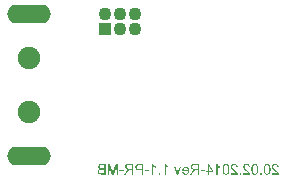
<source format=gbs>
%FSLAX44Y44*%
%MOMM*%
G71*
G01*
G75*
G04 Layer_Color=16711935*
%ADD10C,0.3000*%
%ADD11C,0.4000*%
%ADD12R,1.0000X1.0000*%
%ADD13R,0.6000X0.6000*%
%ADD14R,0.7500X0.6500*%
%ADD15R,0.2500X0.4000*%
%ADD16O,0.7500X0.2800*%
%ADD17O,0.2800X0.7500*%
%ADD18R,4.5000X4.5000*%
%ADD19R,0.6000X0.3500*%
%ADD20R,1.0000X1.6000*%
%ADD21R,0.6000X0.6000*%
%ADD22R,0.7000X0.9000*%
%ADD23R,2.1000X1.0000*%
%ADD24R,2.2000X1.0500*%
%ADD25R,1.0500X1.0000*%
%ADD26R,3.9400X0.5000*%
%ADD27R,0.5000X2.0000*%
%ADD28R,2.6400X0.5000*%
%ADD29R,4.9000X0.5000*%
%ADD30R,0.5000X5.0000*%
%ADD31R,4.9000X0.9000*%
%ADD32R,0.5000X2.7000*%
%ADD33C,0.1500*%
%ADD34C,0.2500*%
%ADD35R,0.8000X0.3000*%
%ADD36R,0.1270X0.9398*%
%ADD37R,1.0000X0.1000*%
%ADD38R,0.1000X0.7000*%
%ADD39R,0.9000X0.3000*%
%ADD40R,0.2000X0.8000*%
%ADD41R,0.2000X0.7000*%
%ADD42R,0.2000X0.6000*%
%ADD43R,0.8000X0.2000*%
%ADD44R,1.2056X0.3999*%
%ADD45R,0.2000X1.1000*%
%ADD46R,1.0562X0.1836*%
%ADD47R,0.5334X0.2032*%
%ADD48R,0.5000X0.2259*%
%ADD49R,0.1818X0.4999*%
%ADD50R,0.4999X0.3145*%
%ADD51R,0.2939X0.5000*%
%ADD52R,0.2119X0.5000*%
%ADD53R,0.5860X0.9000*%
%ADD54R,0.4872X0.5000*%
%ADD55R,0.4658X0.5000*%
%ADD56R,0.4997X0.1609*%
%ADD57R,0.3013X0.5000*%
%ADD58C,1.0000*%
%ADD59R,1.0000X1.0000*%
%ADD60C,1.8000*%
%ADD61O,3.6000X1.5000*%
%ADD62C,0.6000*%
%ADD63R,0.5000X15.1000*%
%ADD64R,1.2000X1.2000*%
%ADD65O,0.7000X0.2300*%
%ADD66O,0.2300X0.7000*%
%ADD67R,1.0000X1.0000*%
%ADD68R,0.5000X0.2500*%
%ADD69R,0.8000X1.4000*%
%ADD70R,1.1000X1.1000*%
%ADD71R,0.7000X0.7000*%
%ADD72R,0.8500X0.7500*%
%ADD73O,0.8500X0.3800*%
%ADD74O,0.3800X0.8500*%
%ADD75R,0.7400X0.4900*%
%ADD76R,1.1000X1.7000*%
%ADD77R,0.7000X0.7000*%
%ADD78R,0.8000X1.0000*%
%ADD79R,2.2000X1.1000*%
%ADD80R,2.3000X1.1500*%
%ADD81R,1.1500X1.1000*%
%ADD82C,1.1000*%
%ADD83R,1.1000X1.1000*%
%ADD84C,1.9000*%
%ADD85O,3.7000X1.6000*%
G36*
X2380848Y2443000D02*
X2379592D01*
Y2444257D01*
X2380848D01*
Y2443000D01*
D02*
G37*
G36*
X2357453Y2446161D02*
Y2445150D01*
X2353554D01*
Y2443000D01*
X2352453D01*
Y2445150D01*
X2351235D01*
Y2446161D01*
X2352453D01*
Y2451964D01*
X2353347D01*
X2357453Y2446161D01*
D02*
G37*
G36*
X2345471Y2443000D02*
X2344279D01*
Y2446977D01*
X2342751D01*
X2342608Y2446964D01*
X2342504D01*
X2342414Y2446951D01*
X2342349Y2446938D01*
X2342297D01*
X2342271Y2446925D01*
X2342258D01*
X2342051Y2446860D01*
X2341960Y2446821D01*
X2341882Y2446783D01*
X2341805Y2446744D01*
X2341753Y2446718D01*
X2341727Y2446705D01*
X2341714Y2446692D01*
X2341611Y2446614D01*
X2341507Y2446523D01*
X2341313Y2446329D01*
X2341222Y2446239D01*
X2341157Y2446161D01*
X2341118Y2446109D01*
X2341105Y2446096D01*
X2340976Y2445915D01*
X2340833Y2445720D01*
X2340691Y2445513D01*
X2340548Y2445319D01*
X2340432Y2445137D01*
X2340341Y2444995D01*
X2340302Y2444943D01*
X2340276Y2444904D01*
X2340250Y2444878D01*
Y2444865D01*
X2339072Y2443000D01*
X2337595D01*
X2339136Y2445435D01*
X2339318Y2445694D01*
X2339486Y2445928D01*
X2339655Y2446122D01*
X2339797Y2446303D01*
X2339926Y2446433D01*
X2340030Y2446537D01*
X2340095Y2446601D01*
X2340121Y2446627D01*
X2340224Y2446705D01*
X2340341Y2446796D01*
X2340574Y2446938D01*
X2340678Y2446990D01*
X2340755Y2447042D01*
X2340807Y2447068D01*
X2340833Y2447081D01*
X2340600Y2447119D01*
X2340380Y2447158D01*
X2340186Y2447223D01*
X2339991Y2447275D01*
X2339823Y2447340D01*
X2339667Y2447417D01*
X2339525Y2447482D01*
X2339395Y2447547D01*
X2339292Y2447625D01*
X2339188Y2447689D01*
X2339110Y2447741D01*
X2339046Y2447793D01*
X2338994Y2447832D01*
X2338955Y2447871D01*
X2338942Y2447884D01*
X2338929Y2447897D01*
X2338825Y2448026D01*
X2338722Y2448156D01*
X2338566Y2448428D01*
X2338463Y2448700D01*
X2338385Y2448959D01*
X2338333Y2449179D01*
X2338320Y2449270D01*
Y2449360D01*
X2338307Y2449425D01*
Y2449477D01*
Y2449503D01*
Y2449516D01*
X2338320Y2449788D01*
X2338359Y2450034D01*
X2338424Y2450267D01*
X2338489Y2450461D01*
X2338566Y2450630D01*
X2338618Y2450759D01*
X2338670Y2450837D01*
X2338683Y2450850D01*
Y2450863D01*
X2338838Y2451070D01*
X2338994Y2451252D01*
X2339162Y2451407D01*
X2339318Y2451524D01*
X2339460Y2451614D01*
X2339577Y2451666D01*
X2339655Y2451705D01*
X2339667Y2451718D01*
X2339680D01*
X2339797Y2451757D01*
X2339939Y2451796D01*
X2340224Y2451861D01*
X2340535Y2451899D01*
X2340820Y2451938D01*
X2341092Y2451951D01*
X2341209D01*
X2341313Y2451964D01*
X2345471D01*
Y2443000D01*
D02*
G37*
G36*
X2398271D02*
X2397015D01*
Y2444257D01*
X2398271D01*
Y2443000D01*
D02*
G37*
G36*
X2327853D02*
X2326804D01*
X2324330Y2449503D01*
X2325470D01*
X2326908Y2445526D01*
X2326998Y2445267D01*
X2327089Y2445034D01*
X2327154Y2444814D01*
X2327219Y2444645D01*
X2327258Y2444490D01*
X2327296Y2444386D01*
X2327309Y2444321D01*
X2327322Y2444295D01*
X2327400Y2444541D01*
X2327465Y2444788D01*
X2327543Y2445008D01*
X2327607Y2445202D01*
X2327659Y2445371D01*
X2327698Y2445500D01*
X2327711Y2445539D01*
X2327724Y2445578D01*
X2327737Y2445591D01*
Y2445604D01*
X2329136Y2449503D01*
X2330302D01*
X2327853Y2443000D01*
D02*
G37*
G36*
X2276594D02*
X2275454D01*
Y2450630D01*
X2272864Y2443000D01*
X2271801D01*
X2269185Y2450500D01*
Y2443000D01*
X2268045D01*
Y2451964D01*
X2269638D01*
X2271788Y2445720D01*
X2271905Y2445384D01*
X2271996Y2445099D01*
X2272086Y2444852D01*
X2272151Y2444645D01*
X2272203Y2444490D01*
X2272242Y2444373D01*
X2272255Y2444308D01*
X2272268Y2444283D01*
X2272320Y2444464D01*
X2272384Y2444671D01*
X2272462Y2444891D01*
X2272527Y2445112D01*
X2272592Y2445306D01*
X2272643Y2445461D01*
X2272669Y2445526D01*
X2272682Y2445565D01*
X2272695Y2445591D01*
Y2445604D01*
X2274820Y2451964D01*
X2276594D01*
Y2443000D01*
D02*
G37*
G36*
X2334175Y2449633D02*
X2334408Y2449607D01*
X2334628Y2449568D01*
X2334836Y2449503D01*
X2335030Y2449438D01*
X2335211Y2449360D01*
X2335380Y2449283D01*
X2335522Y2449192D01*
X2335665Y2449114D01*
X2335781Y2449024D01*
X2335885Y2448946D01*
X2335963Y2448881D01*
X2336027Y2448816D01*
X2336079Y2448777D01*
X2336105Y2448752D01*
X2336118Y2448739D01*
X2336261Y2448557D01*
X2336390Y2448363D01*
X2336507Y2448169D01*
X2336610Y2447961D01*
X2336688Y2447741D01*
X2336753Y2447534D01*
X2336856Y2447119D01*
X2336895Y2446938D01*
X2336921Y2446757D01*
X2336934Y2446601D01*
X2336947Y2446459D01*
X2336960Y2446342D01*
Y2446264D01*
Y2446200D01*
Y2446187D01*
X2336947Y2445902D01*
X2336921Y2445630D01*
X2336882Y2445371D01*
X2336830Y2445137D01*
X2336766Y2444917D01*
X2336701Y2444710D01*
X2336623Y2444529D01*
X2336546Y2444360D01*
X2336468Y2444218D01*
X2336390Y2444088D01*
X2336325Y2443985D01*
X2336261Y2443894D01*
X2336209Y2443816D01*
X2336170Y2443764D01*
X2336144Y2443738D01*
X2336131Y2443725D01*
X2335963Y2443570D01*
X2335794Y2443441D01*
X2335613Y2443324D01*
X2335419Y2443220D01*
X2335237Y2443143D01*
X2335043Y2443065D01*
X2334680Y2442961D01*
X2334512Y2442935D01*
X2334356Y2442909D01*
X2334214Y2442883D01*
X2334097Y2442870D01*
X2334007Y2442858D01*
X2333864D01*
X2333462Y2442883D01*
X2333100Y2442948D01*
X2332776Y2443026D01*
X2332646Y2443078D01*
X2332517Y2443130D01*
X2332400Y2443181D01*
X2332297Y2443233D01*
X2332219Y2443272D01*
X2332141Y2443311D01*
X2332089Y2443350D01*
X2332050Y2443376D01*
X2332025Y2443402D01*
X2332012D01*
X2331752Y2443635D01*
X2331545Y2443881D01*
X2331364Y2444140D01*
X2331234Y2444386D01*
X2331131Y2444606D01*
X2331092Y2444710D01*
X2331053Y2444788D01*
X2331027Y2444865D01*
X2331014Y2444917D01*
X2331001Y2444943D01*
Y2444956D01*
X2332141Y2445099D01*
X2332245Y2444852D01*
X2332361Y2444645D01*
X2332478Y2444464D01*
X2332582Y2444321D01*
X2332672Y2444218D01*
X2332750Y2444140D01*
X2332815Y2444088D01*
X2332828Y2444075D01*
X2332996Y2443972D01*
X2333165Y2443894D01*
X2333346Y2443842D01*
X2333501Y2443803D01*
X2333644Y2443777D01*
X2333760Y2443764D01*
X2333864D01*
X2334019Y2443777D01*
X2334162Y2443790D01*
X2334421Y2443855D01*
X2334654Y2443946D01*
X2334861Y2444049D01*
X2335017Y2444140D01*
X2335134Y2444231D01*
X2335211Y2444295D01*
X2335224Y2444321D01*
X2335237D01*
X2335419Y2444554D01*
X2335561Y2444814D01*
X2335665Y2445099D01*
X2335742Y2445358D01*
X2335781Y2445591D01*
X2335807Y2445694D01*
X2335820Y2445785D01*
Y2445863D01*
X2335833Y2445915D01*
Y2445954D01*
Y2445966D01*
X2330975D01*
X2330962Y2446096D01*
Y2446187D01*
Y2446239D01*
Y2446252D01*
X2330975Y2446549D01*
X2331001Y2446821D01*
X2331040Y2447081D01*
X2331092Y2447327D01*
X2331157Y2447547D01*
X2331221Y2447754D01*
X2331299Y2447935D01*
X2331377Y2448104D01*
X2331455Y2448259D01*
X2331532Y2448389D01*
X2331597Y2448492D01*
X2331662Y2448583D01*
X2331714Y2448661D01*
X2331752Y2448713D01*
X2331778Y2448739D01*
X2331791Y2448752D01*
X2331947Y2448907D01*
X2332115Y2449050D01*
X2332297Y2449166D01*
X2332478Y2449270D01*
X2332659Y2449360D01*
X2332828Y2449425D01*
X2333009Y2449490D01*
X2333165Y2449529D01*
X2333333Y2449568D01*
X2333475Y2449594D01*
X2333605Y2449619D01*
X2333709Y2449633D01*
X2333799Y2449645D01*
X2333929D01*
X2334175Y2449633D01*
D02*
G37*
G36*
X2403284Y2451977D02*
X2403608Y2451925D01*
X2403880Y2451835D01*
X2404114Y2451744D01*
X2404308Y2451640D01*
X2404386Y2451602D01*
X2404450Y2451550D01*
X2404502Y2451524D01*
X2404541Y2451498D01*
X2404554Y2451472D01*
X2404567D01*
X2404800Y2451265D01*
X2404994Y2451019D01*
X2405163Y2450772D01*
X2405292Y2450539D01*
X2405396Y2450319D01*
X2405448Y2450228D01*
X2405474Y2450138D01*
X2405500Y2450073D01*
X2405526Y2450021D01*
X2405538Y2449995D01*
Y2449982D01*
X2405590Y2449788D01*
X2405642Y2449594D01*
X2405720Y2449166D01*
X2405785Y2448739D01*
X2405824Y2448337D01*
X2405836Y2448143D01*
X2405849Y2447974D01*
Y2447819D01*
X2405862Y2447676D01*
Y2447573D01*
Y2447482D01*
Y2447430D01*
Y2447417D01*
X2405849Y2446964D01*
X2405824Y2446537D01*
X2405785Y2446148D01*
X2405720Y2445785D01*
X2405655Y2445448D01*
X2405577Y2445150D01*
X2405500Y2444878D01*
X2405422Y2444645D01*
X2405344Y2444438D01*
X2405253Y2444257D01*
X2405189Y2444101D01*
X2405124Y2443985D01*
X2405059Y2443881D01*
X2405020Y2443816D01*
X2404994Y2443777D01*
X2404982Y2443764D01*
X2404839Y2443609D01*
X2404684Y2443466D01*
X2404515Y2443337D01*
X2404347Y2443233D01*
X2404178Y2443143D01*
X2404010Y2443065D01*
X2403842Y2443013D01*
X2403686Y2442961D01*
X2403531Y2442922D01*
X2403388Y2442896D01*
X2403259Y2442870D01*
X2403155Y2442858D01*
X2403064Y2442845D01*
X2402935D01*
X2402585Y2442870D01*
X2402261Y2442922D01*
X2401989Y2443013D01*
X2401756Y2443104D01*
X2401562Y2443194D01*
X2401497Y2443246D01*
X2401432Y2443285D01*
X2401380Y2443311D01*
X2401341Y2443337D01*
X2401328Y2443363D01*
X2401315D01*
X2401082Y2443583D01*
X2400888Y2443816D01*
X2400720Y2444075D01*
X2400590Y2444308D01*
X2400486Y2444529D01*
X2400435Y2444619D01*
X2400409Y2444710D01*
X2400383Y2444775D01*
X2400357Y2444827D01*
X2400344Y2444852D01*
Y2444865D01*
X2400279Y2445060D01*
X2400227Y2445254D01*
X2400150Y2445668D01*
X2400085Y2446096D01*
X2400046Y2446511D01*
X2400033Y2446692D01*
X2400020Y2446860D01*
Y2447016D01*
X2400007Y2447158D01*
Y2447262D01*
Y2447353D01*
Y2447404D01*
Y2447417D01*
Y2447664D01*
X2400020Y2447897D01*
Y2448104D01*
X2400033Y2448311D01*
X2400059Y2448492D01*
X2400072Y2448674D01*
X2400085Y2448829D01*
X2400111Y2448972D01*
X2400124Y2449101D01*
X2400150Y2449218D01*
X2400163Y2449309D01*
X2400175Y2449386D01*
X2400188Y2449451D01*
X2400201Y2449490D01*
X2400214Y2449516D01*
Y2449529D01*
X2400292Y2449814D01*
X2400383Y2450073D01*
X2400486Y2450293D01*
X2400564Y2450487D01*
X2400655Y2450656D01*
X2400707Y2450772D01*
X2400759Y2450837D01*
X2400771Y2450863D01*
X2400914Y2451057D01*
X2401056Y2451226D01*
X2401212Y2451368D01*
X2401354Y2451498D01*
X2401484Y2451588D01*
X2401588Y2451653D01*
X2401652Y2451692D01*
X2401665Y2451705D01*
X2401678D01*
X2401886Y2451809D01*
X2402106Y2451873D01*
X2402313Y2451925D01*
X2402507Y2451964D01*
X2402676Y2451990D01*
X2402818Y2452003D01*
X2402935D01*
X2403284Y2451977D01*
D02*
G37*
G36*
X2392831D02*
X2393154Y2451925D01*
X2393427Y2451835D01*
X2393660Y2451744D01*
X2393854Y2451640D01*
X2393932Y2451602D01*
X2393996Y2451550D01*
X2394048Y2451524D01*
X2394087Y2451498D01*
X2394100Y2451472D01*
X2394113D01*
X2394346Y2451265D01*
X2394541Y2451019D01*
X2394709Y2450772D01*
X2394839Y2450539D01*
X2394942Y2450319D01*
X2394994Y2450228D01*
X2395020Y2450138D01*
X2395046Y2450073D01*
X2395072Y2450021D01*
X2395085Y2449995D01*
Y2449982D01*
X2395136Y2449788D01*
X2395188Y2449594D01*
X2395266Y2449166D01*
X2395331Y2448739D01*
X2395370Y2448337D01*
X2395383Y2448143D01*
X2395396Y2447974D01*
Y2447819D01*
X2395408Y2447676D01*
Y2447573D01*
Y2447482D01*
Y2447430D01*
Y2447417D01*
X2395396Y2446964D01*
X2395370Y2446537D01*
X2395331Y2446148D01*
X2395266Y2445785D01*
X2395201Y2445448D01*
X2395123Y2445150D01*
X2395046Y2444878D01*
X2394968Y2444645D01*
X2394890Y2444438D01*
X2394800Y2444257D01*
X2394735Y2444101D01*
X2394670Y2443985D01*
X2394605Y2443881D01*
X2394566Y2443816D01*
X2394541Y2443777D01*
X2394528Y2443764D01*
X2394385Y2443609D01*
X2394230Y2443466D01*
X2394061Y2443337D01*
X2393893Y2443233D01*
X2393724Y2443143D01*
X2393556Y2443065D01*
X2393388Y2443013D01*
X2393232Y2442961D01*
X2393077Y2442922D01*
X2392934Y2442896D01*
X2392805Y2442870D01*
X2392701Y2442858D01*
X2392610Y2442845D01*
X2392481D01*
X2392131Y2442870D01*
X2391807Y2442922D01*
X2391535Y2443013D01*
X2391302Y2443104D01*
X2391108Y2443194D01*
X2391043Y2443246D01*
X2390978Y2443285D01*
X2390926Y2443311D01*
X2390887Y2443337D01*
X2390875Y2443363D01*
X2390862D01*
X2390628Y2443583D01*
X2390434Y2443816D01*
X2390266Y2444075D01*
X2390136Y2444308D01*
X2390033Y2444529D01*
X2389981Y2444619D01*
X2389955Y2444710D01*
X2389929Y2444775D01*
X2389903Y2444827D01*
X2389890Y2444852D01*
Y2444865D01*
X2389825Y2445060D01*
X2389774Y2445254D01*
X2389696Y2445668D01*
X2389631Y2446096D01*
X2389592Y2446511D01*
X2389579Y2446692D01*
X2389566Y2446860D01*
Y2447016D01*
X2389553Y2447158D01*
Y2447262D01*
Y2447353D01*
Y2447404D01*
Y2447417D01*
Y2447664D01*
X2389566Y2447897D01*
Y2448104D01*
X2389579Y2448311D01*
X2389605Y2448492D01*
X2389618Y2448674D01*
X2389631Y2448829D01*
X2389657Y2448972D01*
X2389670Y2449101D01*
X2389696Y2449218D01*
X2389709Y2449309D01*
X2389722Y2449386D01*
X2389735Y2449451D01*
X2389748Y2449490D01*
X2389760Y2449516D01*
Y2449529D01*
X2389838Y2449814D01*
X2389929Y2450073D01*
X2390033Y2450293D01*
X2390110Y2450487D01*
X2390201Y2450656D01*
X2390253Y2450772D01*
X2390305Y2450837D01*
X2390318Y2450863D01*
X2390460Y2451057D01*
X2390603Y2451226D01*
X2390758Y2451368D01*
X2390901Y2451498D01*
X2391030Y2451588D01*
X2391134Y2451653D01*
X2391198Y2451692D01*
X2391211Y2451705D01*
X2391224D01*
X2391432Y2451809D01*
X2391652Y2451873D01*
X2391859Y2451925D01*
X2392053Y2451964D01*
X2392222Y2451990D01*
X2392364Y2452003D01*
X2392481D01*
X2392831Y2451977D01*
D02*
G37*
G36*
X2368438D02*
X2368762Y2451925D01*
X2369034Y2451835D01*
X2369267Y2451744D01*
X2369462Y2451640D01*
X2369539Y2451602D01*
X2369604Y2451550D01*
X2369656Y2451524D01*
X2369695Y2451498D01*
X2369708Y2451472D01*
X2369721D01*
X2369954Y2451265D01*
X2370148Y2451019D01*
X2370317Y2450772D01*
X2370446Y2450539D01*
X2370550Y2450319D01*
X2370602Y2450228D01*
X2370627Y2450138D01*
X2370653Y2450073D01*
X2370679Y2450021D01*
X2370692Y2449995D01*
Y2449982D01*
X2370744Y2449788D01*
X2370796Y2449594D01*
X2370874Y2449166D01*
X2370938Y2448739D01*
X2370977Y2448337D01*
X2370990Y2448143D01*
X2371003Y2447974D01*
Y2447819D01*
X2371016Y2447676D01*
Y2447573D01*
Y2447482D01*
Y2447430D01*
Y2447417D01*
X2371003Y2446964D01*
X2370977Y2446537D01*
X2370938Y2446148D01*
X2370874Y2445785D01*
X2370809Y2445448D01*
X2370731Y2445150D01*
X2370653Y2444878D01*
X2370576Y2444645D01*
X2370498Y2444438D01*
X2370407Y2444257D01*
X2370343Y2444101D01*
X2370278Y2443985D01*
X2370213Y2443881D01*
X2370174Y2443816D01*
X2370148Y2443777D01*
X2370135Y2443764D01*
X2369993Y2443609D01*
X2369837Y2443466D01*
X2369669Y2443337D01*
X2369500Y2443233D01*
X2369332Y2443143D01*
X2369164Y2443065D01*
X2368995Y2443013D01*
X2368840Y2442961D01*
X2368684Y2442922D01*
X2368542Y2442896D01*
X2368412Y2442870D01*
X2368309Y2442858D01*
X2368218Y2442845D01*
X2368089D01*
X2367739Y2442870D01*
X2367415Y2442922D01*
X2367143Y2443013D01*
X2366910Y2443104D01*
X2366715Y2443194D01*
X2366651Y2443246D01*
X2366586Y2443285D01*
X2366534Y2443311D01*
X2366495Y2443337D01*
X2366482Y2443363D01*
X2366469D01*
X2366236Y2443583D01*
X2366042Y2443816D01*
X2365873Y2444075D01*
X2365744Y2444308D01*
X2365640Y2444529D01*
X2365588Y2444619D01*
X2365562Y2444710D01*
X2365536Y2444775D01*
X2365511Y2444827D01*
X2365498Y2444852D01*
Y2444865D01*
X2365433Y2445060D01*
X2365381Y2445254D01*
X2365303Y2445668D01*
X2365239Y2446096D01*
X2365200Y2446511D01*
X2365187Y2446692D01*
X2365174Y2446860D01*
Y2447016D01*
X2365161Y2447158D01*
Y2447262D01*
Y2447353D01*
Y2447404D01*
Y2447417D01*
Y2447664D01*
X2365174Y2447897D01*
Y2448104D01*
X2365187Y2448311D01*
X2365213Y2448492D01*
X2365226Y2448674D01*
X2365239Y2448829D01*
X2365264Y2448972D01*
X2365278Y2449101D01*
X2365303Y2449218D01*
X2365316Y2449309D01*
X2365329Y2449386D01*
X2365342Y2449451D01*
X2365355Y2449490D01*
X2365368Y2449516D01*
Y2449529D01*
X2365446Y2449814D01*
X2365536Y2450073D01*
X2365640Y2450293D01*
X2365718Y2450487D01*
X2365809Y2450656D01*
X2365860Y2450772D01*
X2365912Y2450837D01*
X2365925Y2450863D01*
X2366068Y2451057D01*
X2366210Y2451226D01*
X2366366Y2451368D01*
X2366508Y2451498D01*
X2366638Y2451588D01*
X2366741Y2451653D01*
X2366806Y2451692D01*
X2366819Y2451705D01*
X2366832D01*
X2367039Y2451809D01*
X2367259Y2451873D01*
X2367467Y2451925D01*
X2367661Y2451964D01*
X2367829Y2451990D01*
X2367972Y2452003D01*
X2368089D01*
X2368438Y2451977D01*
D02*
G37*
G36*
X2266166Y2443000D02*
X2262747D01*
X2262436Y2443013D01*
X2262164Y2443026D01*
X2261918Y2443052D01*
X2261710Y2443078D01*
X2261542Y2443104D01*
X2261412Y2443117D01*
X2261335Y2443143D01*
X2261309D01*
X2261088Y2443207D01*
X2260907Y2443272D01*
X2260739Y2443350D01*
X2260596Y2443427D01*
X2260480Y2443479D01*
X2260389Y2443531D01*
X2260337Y2443570D01*
X2260324Y2443583D01*
X2260182Y2443699D01*
X2260052Y2443842D01*
X2259948Y2443985D01*
X2259845Y2444114D01*
X2259767Y2444244D01*
X2259715Y2444334D01*
X2259677Y2444399D01*
X2259664Y2444425D01*
X2259573Y2444632D01*
X2259508Y2444839D01*
X2259456Y2445034D01*
X2259430Y2445215D01*
X2259404Y2445371D01*
X2259391Y2445500D01*
Y2445578D01*
Y2445591D01*
Y2445604D01*
X2259404Y2445889D01*
X2259456Y2446148D01*
X2259534Y2446368D01*
X2259612Y2446575D01*
X2259689Y2446731D01*
X2259767Y2446847D01*
X2259819Y2446925D01*
X2259832Y2446951D01*
X2260013Y2447158D01*
X2260208Y2447327D01*
X2260428Y2447469D01*
X2260622Y2447586D01*
X2260804Y2447676D01*
X2260959Y2447728D01*
X2261011Y2447754D01*
X2261050Y2447767D01*
X2261075Y2447780D01*
X2261088D01*
X2260868Y2447910D01*
X2260674Y2448039D01*
X2260518Y2448182D01*
X2260389Y2448311D01*
X2260285Y2448415D01*
X2260208Y2448518D01*
X2260169Y2448570D01*
X2260156Y2448596D01*
X2260052Y2448790D01*
X2259974Y2448972D01*
X2259910Y2449153D01*
X2259871Y2449322D01*
X2259845Y2449464D01*
X2259832Y2449581D01*
Y2449645D01*
Y2449671D01*
X2259845Y2449892D01*
X2259884Y2450112D01*
X2259948Y2450306D01*
X2260013Y2450487D01*
X2260078Y2450643D01*
X2260143Y2450746D01*
X2260182Y2450824D01*
X2260195Y2450850D01*
X2260337Y2451044D01*
X2260493Y2451226D01*
X2260661Y2451368D01*
X2260816Y2451485D01*
X2260946Y2451576D01*
X2261062Y2451640D01*
X2261140Y2451679D01*
X2261153Y2451692D01*
X2261166D01*
X2261412Y2451783D01*
X2261684Y2451848D01*
X2261956Y2451899D01*
X2262215Y2451925D01*
X2262449Y2451951D01*
X2262552D01*
X2262643Y2451964D01*
X2266166D01*
Y2443000D01*
D02*
G37*
G36*
X2312581D02*
X2311324D01*
Y2444257D01*
X2312581D01*
Y2443000D01*
D02*
G37*
G36*
X2298124D02*
X2296932D01*
Y2446640D01*
X2294639D01*
X2294303Y2446653D01*
X2293979Y2446679D01*
X2293694Y2446718D01*
X2293435Y2446770D01*
X2293188Y2446821D01*
X2292981Y2446886D01*
X2292787Y2446964D01*
X2292619Y2447042D01*
X2292476Y2447106D01*
X2292346Y2447184D01*
X2292243Y2447249D01*
X2292165Y2447314D01*
X2292100Y2447353D01*
X2292061Y2447391D01*
X2292036Y2447417D01*
X2292023Y2447430D01*
X2291893Y2447586D01*
X2291776Y2447741D01*
X2291686Y2447897D01*
X2291595Y2448065D01*
X2291517Y2448233D01*
X2291466Y2448389D01*
X2291375Y2448687D01*
X2291349Y2448829D01*
X2291323Y2448959D01*
X2291310Y2449075D01*
X2291297Y2449166D01*
X2291284Y2449257D01*
Y2449309D01*
Y2449348D01*
Y2449360D01*
X2291297Y2449607D01*
X2291323Y2449840D01*
X2291375Y2450047D01*
X2291414Y2450228D01*
X2291466Y2450384D01*
X2291517Y2450500D01*
X2291543Y2450565D01*
X2291556Y2450591D01*
X2291660Y2450785D01*
X2291789Y2450954D01*
X2291906Y2451109D01*
X2292023Y2451226D01*
X2292126Y2451317D01*
X2292204Y2451394D01*
X2292256Y2451433D01*
X2292282Y2451446D01*
X2292450Y2451550D01*
X2292644Y2451640D01*
X2292826Y2451718D01*
X2292994Y2451783D01*
X2293150Y2451822D01*
X2293266Y2451848D01*
X2293357Y2451873D01*
X2293383D01*
X2293577Y2451899D01*
X2293797Y2451925D01*
X2294030Y2451938D01*
X2294251Y2451951D01*
X2294445Y2451964D01*
X2298124D01*
Y2443000D01*
D02*
G37*
G36*
X2289756D02*
X2288564D01*
Y2446977D01*
X2287035D01*
X2286893Y2446964D01*
X2286789D01*
X2286698Y2446951D01*
X2286634Y2446938D01*
X2286582D01*
X2286556Y2446925D01*
X2286543D01*
X2286336Y2446860D01*
X2286245Y2446821D01*
X2286167Y2446783D01*
X2286090Y2446744D01*
X2286038Y2446718D01*
X2286012Y2446705D01*
X2285999Y2446692D01*
X2285895Y2446614D01*
X2285792Y2446523D01*
X2285597Y2446329D01*
X2285507Y2446239D01*
X2285442Y2446161D01*
X2285403Y2446109D01*
X2285390Y2446096D01*
X2285261Y2445915D01*
X2285118Y2445720D01*
X2284976Y2445513D01*
X2284833Y2445319D01*
X2284716Y2445137D01*
X2284626Y2444995D01*
X2284587Y2444943D01*
X2284561Y2444904D01*
X2284535Y2444878D01*
Y2444865D01*
X2283356Y2443000D01*
X2281880D01*
X2283421Y2445435D01*
X2283602Y2445694D01*
X2283771Y2445928D01*
X2283939Y2446122D01*
X2284082Y2446303D01*
X2284211Y2446433D01*
X2284315Y2446537D01*
X2284380Y2446601D01*
X2284406Y2446627D01*
X2284509Y2446705D01*
X2284626Y2446796D01*
X2284859Y2446938D01*
X2284963Y2446990D01*
X2285040Y2447042D01*
X2285092Y2447068D01*
X2285118Y2447081D01*
X2284885Y2447119D01*
X2284665Y2447158D01*
X2284470Y2447223D01*
X2284276Y2447275D01*
X2284108Y2447340D01*
X2283952Y2447417D01*
X2283810Y2447482D01*
X2283680Y2447547D01*
X2283577Y2447625D01*
X2283473Y2447689D01*
X2283395Y2447741D01*
X2283331Y2447793D01*
X2283279Y2447832D01*
X2283240Y2447871D01*
X2283227Y2447884D01*
X2283214Y2447897D01*
X2283110Y2448026D01*
X2283007Y2448156D01*
X2282851Y2448428D01*
X2282747Y2448700D01*
X2282670Y2448959D01*
X2282618Y2449179D01*
X2282605Y2449270D01*
Y2449360D01*
X2282592Y2449425D01*
Y2449477D01*
Y2449503D01*
Y2449516D01*
X2282605Y2449788D01*
X2282644Y2450034D01*
X2282709Y2450267D01*
X2282773Y2450461D01*
X2282851Y2450630D01*
X2282903Y2450759D01*
X2282955Y2450837D01*
X2282968Y2450850D01*
Y2450863D01*
X2283123Y2451070D01*
X2283279Y2451252D01*
X2283447Y2451407D01*
X2283602Y2451524D01*
X2283745Y2451614D01*
X2283862Y2451666D01*
X2283939Y2451705D01*
X2283952Y2451718D01*
X2283965D01*
X2284082Y2451757D01*
X2284224Y2451796D01*
X2284509Y2451861D01*
X2284820Y2451899D01*
X2285105Y2451938D01*
X2285377Y2451951D01*
X2285494D01*
X2285597Y2451964D01*
X2289756D01*
Y2443000D01*
D02*
G37*
G36*
X2281310Y2445694D02*
X2277903D01*
Y2446796D01*
X2281310D01*
Y2445694D01*
D02*
G37*
G36*
X2360744Y2451783D02*
X2360886Y2451576D01*
X2361055Y2451368D01*
X2361210Y2451187D01*
X2361365Y2451031D01*
X2361482Y2450902D01*
X2361534Y2450863D01*
X2361573Y2450824D01*
X2361586Y2450811D01*
X2361599Y2450798D01*
X2361871Y2450578D01*
X2362143Y2450371D01*
X2362402Y2450190D01*
X2362661Y2450047D01*
X2362881Y2449917D01*
X2362972Y2449866D01*
X2363049Y2449827D01*
X2363114Y2449788D01*
X2363166Y2449775D01*
X2363192Y2449749D01*
X2363205D01*
Y2448687D01*
X2363011Y2448764D01*
X2362816Y2448855D01*
X2362622Y2448946D01*
X2362440Y2449037D01*
X2362285Y2449114D01*
X2362155Y2449179D01*
X2362078Y2449231D01*
X2362065Y2449244D01*
X2362052D01*
X2361819Y2449386D01*
X2361611Y2449529D01*
X2361430Y2449658D01*
X2361288Y2449775D01*
X2361158Y2449866D01*
X2361080Y2449943D01*
X2361016Y2449995D01*
X2361003Y2450008D01*
Y2443000D01*
X2359902D01*
Y2452003D01*
X2360614D01*
X2360744Y2451783D01*
D02*
G37*
G36*
X2375252Y2451990D02*
X2375472Y2451977D01*
X2375679Y2451938D01*
X2375874Y2451899D01*
X2376055Y2451848D01*
X2376224Y2451796D01*
X2376379Y2451731D01*
X2376521Y2451666D01*
X2376651Y2451602D01*
X2376755Y2451537D01*
X2376845Y2451485D01*
X2376923Y2451433D01*
X2376988Y2451394D01*
X2377027Y2451355D01*
X2377053Y2451342D01*
X2377066Y2451329D01*
X2377195Y2451200D01*
X2377312Y2451057D01*
X2377428Y2450902D01*
X2377519Y2450746D01*
X2377674Y2450436D01*
X2377778Y2450125D01*
X2377817Y2449982D01*
X2377856Y2449840D01*
X2377882Y2449723D01*
X2377908Y2449619D01*
X2377921Y2449529D01*
Y2449464D01*
X2377934Y2449425D01*
Y2449412D01*
X2376806Y2449296D01*
X2376781Y2449594D01*
X2376729Y2449853D01*
X2376651Y2450086D01*
X2376560Y2450267D01*
X2376483Y2450423D01*
X2376405Y2450526D01*
X2376353Y2450591D01*
X2376327Y2450617D01*
X2376133Y2450772D01*
X2375926Y2450889D01*
X2375705Y2450980D01*
X2375511Y2451031D01*
X2375330Y2451070D01*
X2375174Y2451083D01*
X2375123Y2451096D01*
X2375045D01*
X2374773Y2451083D01*
X2374527Y2451031D01*
X2374319Y2450954D01*
X2374138Y2450876D01*
X2373996Y2450785D01*
X2373905Y2450721D01*
X2373840Y2450669D01*
X2373814Y2450643D01*
X2373659Y2450461D01*
X2373542Y2450280D01*
X2373451Y2450099D01*
X2373400Y2449917D01*
X2373361Y2449775D01*
X2373348Y2449645D01*
X2373335Y2449568D01*
Y2449555D01*
Y2449542D01*
X2373361Y2449309D01*
X2373413Y2449062D01*
X2373503Y2448842D01*
X2373594Y2448635D01*
X2373698Y2448467D01*
X2373788Y2448324D01*
X2373814Y2448272D01*
X2373840Y2448233D01*
X2373866Y2448221D01*
Y2448208D01*
X2373970Y2448065D01*
X2374099Y2447923D01*
X2374242Y2447767D01*
X2374397Y2447612D01*
X2374721Y2447301D01*
X2375045Y2446990D01*
X2375213Y2446847D01*
X2375356Y2446718D01*
X2375498Y2446601D01*
X2375615Y2446498D01*
X2375705Y2446420D01*
X2375783Y2446355D01*
X2375835Y2446316D01*
X2375848Y2446303D01*
X2376172Y2446031D01*
X2376470Y2445772D01*
X2376716Y2445539D01*
X2376910Y2445345D01*
X2377079Y2445176D01*
X2377195Y2445060D01*
X2377260Y2444982D01*
X2377286Y2444969D01*
Y2444956D01*
X2377467Y2444736D01*
X2377610Y2444529D01*
X2377739Y2444321D01*
X2377843Y2444140D01*
X2377921Y2443985D01*
X2377972Y2443868D01*
X2377998Y2443790D01*
X2378011Y2443777D01*
Y2443764D01*
X2378063Y2443622D01*
X2378089Y2443492D01*
X2378115Y2443363D01*
X2378128Y2443246D01*
X2378141Y2443143D01*
Y2443065D01*
Y2443013D01*
Y2443000D01*
X2372195D01*
Y2444062D01*
X2376612D01*
X2376457Y2444283D01*
X2376379Y2444373D01*
X2376314Y2444464D01*
X2376250Y2444541D01*
X2376198Y2444593D01*
X2376159Y2444632D01*
X2376146Y2444645D01*
X2376081Y2444710D01*
X2376003Y2444775D01*
X2375822Y2444943D01*
X2375615Y2445137D01*
X2375394Y2445332D01*
X2375187Y2445500D01*
X2375097Y2445578D01*
X2375019Y2445656D01*
X2374954Y2445707D01*
X2374902Y2445746D01*
X2374876Y2445772D01*
X2374863Y2445785D01*
X2374656Y2445966D01*
X2374449Y2446135D01*
X2374267Y2446303D01*
X2374099Y2446446D01*
X2373944Y2446588D01*
X2373814Y2446718D01*
X2373685Y2446834D01*
X2373581Y2446938D01*
X2373477Y2447042D01*
X2373400Y2447119D01*
X2373335Y2447184D01*
X2373270Y2447249D01*
X2373205Y2447327D01*
X2373179Y2447353D01*
X2372998Y2447573D01*
X2372843Y2447767D01*
X2372713Y2447961D01*
X2372609Y2448117D01*
X2372532Y2448259D01*
X2372480Y2448363D01*
X2372454Y2448428D01*
X2372441Y2448454D01*
X2372363Y2448648D01*
X2372312Y2448842D01*
X2372260Y2449024D01*
X2372234Y2449179D01*
X2372221Y2449322D01*
X2372208Y2449425D01*
Y2449490D01*
Y2449516D01*
X2372221Y2449710D01*
X2372247Y2449892D01*
X2372273Y2450073D01*
X2372324Y2450228D01*
X2372454Y2450539D01*
X2372583Y2450785D01*
X2372661Y2450902D01*
X2372726Y2450993D01*
X2372791Y2451083D01*
X2372856Y2451148D01*
X2372907Y2451200D01*
X2372933Y2451252D01*
X2372959Y2451265D01*
X2372972Y2451278D01*
X2373115Y2451407D01*
X2373270Y2451524D01*
X2373439Y2451614D01*
X2373607Y2451692D01*
X2373944Y2451822D01*
X2374281Y2451912D01*
X2374423Y2451938D01*
X2374565Y2451964D01*
X2374695Y2451977D01*
X2374799Y2451990D01*
X2374889Y2452003D01*
X2375019D01*
X2375252Y2451990D01*
D02*
G37*
G36*
X2306414Y2451783D02*
X2306557Y2451576D01*
X2306725Y2451368D01*
X2306881Y2451187D01*
X2307036Y2451031D01*
X2307153Y2450902D01*
X2307205Y2450863D01*
X2307243Y2450824D01*
X2307256Y2450811D01*
X2307269Y2450798D01*
X2307542Y2450578D01*
X2307814Y2450371D01*
X2308073Y2450190D01*
X2308332Y2450047D01*
X2308552Y2449917D01*
X2308643Y2449866D01*
X2308720Y2449827D01*
X2308785Y2449788D01*
X2308837Y2449775D01*
X2308863Y2449749D01*
X2308876D01*
Y2448687D01*
X2308681Y2448764D01*
X2308487Y2448855D01*
X2308293Y2448946D01*
X2308112Y2449037D01*
X2307956Y2449114D01*
X2307827Y2449179D01*
X2307749Y2449231D01*
X2307736Y2449244D01*
X2307723D01*
X2307490Y2449386D01*
X2307282Y2449529D01*
X2307101Y2449658D01*
X2306959Y2449775D01*
X2306829Y2449866D01*
X2306751Y2449943D01*
X2306687Y2449995D01*
X2306674Y2450008D01*
Y2443000D01*
X2305573D01*
Y2452003D01*
X2306285D01*
X2306414Y2451783D01*
D02*
G37*
G36*
X2316868D02*
X2317011Y2451576D01*
X2317179Y2451368D01*
X2317335Y2451187D01*
X2317490Y2451031D01*
X2317607Y2450902D01*
X2317659Y2450863D01*
X2317697Y2450824D01*
X2317710Y2450811D01*
X2317723Y2450798D01*
X2317995Y2450578D01*
X2318267Y2450371D01*
X2318526Y2450190D01*
X2318786Y2450047D01*
X2319006Y2449917D01*
X2319097Y2449866D01*
X2319174Y2449827D01*
X2319239Y2449788D01*
X2319291Y2449775D01*
X2319317Y2449749D01*
X2319330D01*
Y2448687D01*
X2319135Y2448764D01*
X2318941Y2448855D01*
X2318747Y2448946D01*
X2318565Y2449037D01*
X2318410Y2449114D01*
X2318280Y2449179D01*
X2318203Y2449231D01*
X2318190Y2449244D01*
X2318177D01*
X2317944Y2449386D01*
X2317736Y2449529D01*
X2317555Y2449658D01*
X2317412Y2449775D01*
X2317283Y2449866D01*
X2317205Y2449943D01*
X2317140Y2449995D01*
X2317127Y2450008D01*
Y2443000D01*
X2316026D01*
Y2452003D01*
X2316739D01*
X2316868Y2451783D01*
D02*
G37*
G36*
X2350238Y2445694D02*
X2346831D01*
Y2446796D01*
X2350238D01*
Y2445694D01*
D02*
G37*
G36*
X2302878D02*
X2299471D01*
Y2446796D01*
X2302878D01*
Y2445694D01*
D02*
G37*
G36*
X2385706Y2451990D02*
X2385926Y2451977D01*
X2386133Y2451938D01*
X2386328Y2451899D01*
X2386509Y2451848D01*
X2386678Y2451796D01*
X2386833Y2451731D01*
X2386975Y2451666D01*
X2387105Y2451602D01*
X2387209Y2451537D01*
X2387299Y2451485D01*
X2387377Y2451433D01*
X2387442Y2451394D01*
X2387481Y2451355D01*
X2387507Y2451342D01*
X2387520Y2451329D01*
X2387649Y2451200D01*
X2387766Y2451057D01*
X2387882Y2450902D01*
X2387973Y2450746D01*
X2388128Y2450436D01*
X2388232Y2450125D01*
X2388271Y2449982D01*
X2388310Y2449840D01*
X2388336Y2449723D01*
X2388362Y2449619D01*
X2388374Y2449529D01*
Y2449464D01*
X2388387Y2449425D01*
Y2449412D01*
X2387260Y2449296D01*
X2387234Y2449594D01*
X2387183Y2449853D01*
X2387105Y2450086D01*
X2387014Y2450267D01*
X2386937Y2450423D01*
X2386859Y2450526D01*
X2386807Y2450591D01*
X2386781Y2450617D01*
X2386587Y2450772D01*
X2386380Y2450889D01*
X2386159Y2450980D01*
X2385965Y2451031D01*
X2385784Y2451070D01*
X2385628Y2451083D01*
X2385576Y2451096D01*
X2385499D01*
X2385227Y2451083D01*
X2384980Y2451031D01*
X2384773Y2450954D01*
X2384592Y2450876D01*
X2384449Y2450785D01*
X2384359Y2450721D01*
X2384294Y2450669D01*
X2384268Y2450643D01*
X2384113Y2450461D01*
X2383996Y2450280D01*
X2383905Y2450099D01*
X2383853Y2449917D01*
X2383815Y2449775D01*
X2383802Y2449645D01*
X2383789Y2449568D01*
Y2449555D01*
Y2449542D01*
X2383815Y2449309D01*
X2383866Y2449062D01*
X2383957Y2448842D01*
X2384048Y2448635D01*
X2384151Y2448467D01*
X2384242Y2448324D01*
X2384268Y2448272D01*
X2384294Y2448233D01*
X2384320Y2448221D01*
Y2448208D01*
X2384424Y2448065D01*
X2384553Y2447923D01*
X2384695Y2447767D01*
X2384851Y2447612D01*
X2385175Y2447301D01*
X2385499Y2446990D01*
X2385667Y2446847D01*
X2385810Y2446718D01*
X2385952Y2446601D01*
X2386069Y2446498D01*
X2386159Y2446420D01*
X2386237Y2446355D01*
X2386289Y2446316D01*
X2386302Y2446303D01*
X2386626Y2446031D01*
X2386924Y2445772D01*
X2387170Y2445539D01*
X2387364Y2445345D01*
X2387532Y2445176D01*
X2387649Y2445060D01*
X2387714Y2444982D01*
X2387740Y2444969D01*
Y2444956D01*
X2387921Y2444736D01*
X2388064Y2444529D01*
X2388193Y2444321D01*
X2388297Y2444140D01*
X2388374Y2443985D01*
X2388426Y2443868D01*
X2388452Y2443790D01*
X2388465Y2443777D01*
Y2443764D01*
X2388517Y2443622D01*
X2388543Y2443492D01*
X2388569Y2443363D01*
X2388582Y2443246D01*
X2388595Y2443143D01*
Y2443065D01*
Y2443013D01*
Y2443000D01*
X2382649D01*
Y2444062D01*
X2387066D01*
X2386911Y2444283D01*
X2386833Y2444373D01*
X2386768Y2444464D01*
X2386703Y2444541D01*
X2386652Y2444593D01*
X2386613Y2444632D01*
X2386600Y2444645D01*
X2386535Y2444710D01*
X2386457Y2444775D01*
X2386276Y2444943D01*
X2386069Y2445137D01*
X2385848Y2445332D01*
X2385641Y2445500D01*
X2385551Y2445578D01*
X2385473Y2445656D01*
X2385408Y2445707D01*
X2385356Y2445746D01*
X2385330Y2445772D01*
X2385317Y2445785D01*
X2385110Y2445966D01*
X2384903Y2446135D01*
X2384721Y2446303D01*
X2384553Y2446446D01*
X2384398Y2446588D01*
X2384268Y2446718D01*
X2384138Y2446834D01*
X2384035Y2446938D01*
X2383931Y2447042D01*
X2383853Y2447119D01*
X2383789Y2447184D01*
X2383724Y2447249D01*
X2383659Y2447327D01*
X2383633Y2447353D01*
X2383452Y2447573D01*
X2383297Y2447767D01*
X2383167Y2447961D01*
X2383063Y2448117D01*
X2382986Y2448259D01*
X2382934Y2448363D01*
X2382908Y2448428D01*
X2382895Y2448454D01*
X2382817Y2448648D01*
X2382765Y2448842D01*
X2382713Y2449024D01*
X2382688Y2449179D01*
X2382675Y2449322D01*
X2382662Y2449425D01*
Y2449490D01*
Y2449516D01*
X2382675Y2449710D01*
X2382701Y2449892D01*
X2382726Y2450073D01*
X2382778Y2450228D01*
X2382908Y2450539D01*
X2383037Y2450785D01*
X2383115Y2450902D01*
X2383180Y2450993D01*
X2383245Y2451083D01*
X2383309Y2451148D01*
X2383361Y2451200D01*
X2383387Y2451252D01*
X2383413Y2451265D01*
X2383426Y2451278D01*
X2383569Y2451407D01*
X2383724Y2451524D01*
X2383892Y2451614D01*
X2384061Y2451692D01*
X2384398Y2451822D01*
X2384734Y2451912D01*
X2384877Y2451938D01*
X2385019Y2451964D01*
X2385149Y2451977D01*
X2385253Y2451990D01*
X2385343Y2452003D01*
X2385473D01*
X2385706Y2451990D01*
D02*
G37*
G36*
X2410098D02*
X2410318Y2451977D01*
X2410526Y2451938D01*
X2410720Y2451899D01*
X2410901Y2451848D01*
X2411070Y2451796D01*
X2411225Y2451731D01*
X2411368Y2451666D01*
X2411497Y2451602D01*
X2411601Y2451537D01*
X2411692Y2451485D01*
X2411769Y2451433D01*
X2411834Y2451394D01*
X2411873Y2451355D01*
X2411899Y2451342D01*
X2411912Y2451329D01*
X2412041Y2451200D01*
X2412158Y2451057D01*
X2412275Y2450902D01*
X2412365Y2450746D01*
X2412521Y2450436D01*
X2412624Y2450125D01*
X2412663Y2449982D01*
X2412702Y2449840D01*
X2412728Y2449723D01*
X2412754Y2449619D01*
X2412767Y2449529D01*
Y2449464D01*
X2412780Y2449425D01*
Y2449412D01*
X2411653Y2449296D01*
X2411627Y2449594D01*
X2411575Y2449853D01*
X2411497Y2450086D01*
X2411407Y2450267D01*
X2411329Y2450423D01*
X2411251Y2450526D01*
X2411199Y2450591D01*
X2411174Y2450617D01*
X2410979Y2450772D01*
X2410772Y2450889D01*
X2410552Y2450980D01*
X2410357Y2451031D01*
X2410176Y2451070D01*
X2410021Y2451083D01*
X2409969Y2451096D01*
X2409891D01*
X2409619Y2451083D01*
X2409373Y2451031D01*
X2409166Y2450954D01*
X2408984Y2450876D01*
X2408842Y2450785D01*
X2408751Y2450721D01*
X2408686Y2450669D01*
X2408660Y2450643D01*
X2408505Y2450461D01*
X2408388Y2450280D01*
X2408298Y2450099D01*
X2408246Y2449917D01*
X2408207Y2449775D01*
X2408194Y2449645D01*
X2408181Y2449568D01*
Y2449555D01*
Y2449542D01*
X2408207Y2449309D01*
X2408259Y2449062D01*
X2408349Y2448842D01*
X2408440Y2448635D01*
X2408544Y2448467D01*
X2408634Y2448324D01*
X2408660Y2448272D01*
X2408686Y2448233D01*
X2408712Y2448221D01*
Y2448208D01*
X2408816Y2448065D01*
X2408945Y2447923D01*
X2409088Y2447767D01*
X2409243Y2447612D01*
X2409567Y2447301D01*
X2409891Y2446990D01*
X2410059Y2446847D01*
X2410202Y2446718D01*
X2410344Y2446601D01*
X2410461Y2446498D01*
X2410552Y2446420D01*
X2410629Y2446355D01*
X2410681Y2446316D01*
X2410694Y2446303D01*
X2411018Y2446031D01*
X2411316Y2445772D01*
X2411562Y2445539D01*
X2411756Y2445345D01*
X2411925Y2445176D01*
X2412041Y2445060D01*
X2412106Y2444982D01*
X2412132Y2444969D01*
Y2444956D01*
X2412313Y2444736D01*
X2412456Y2444529D01*
X2412585Y2444321D01*
X2412689Y2444140D01*
X2412767Y2443985D01*
X2412819Y2443868D01*
X2412845Y2443790D01*
X2412858Y2443777D01*
Y2443764D01*
X2412909Y2443622D01*
X2412935Y2443492D01*
X2412961Y2443363D01*
X2412974Y2443246D01*
X2412987Y2443143D01*
Y2443065D01*
Y2443013D01*
Y2443000D01*
X2407041D01*
Y2444062D01*
X2411458D01*
X2411303Y2444283D01*
X2411225Y2444373D01*
X2411160Y2444464D01*
X2411096Y2444541D01*
X2411044Y2444593D01*
X2411005Y2444632D01*
X2410992Y2444645D01*
X2410927Y2444710D01*
X2410850Y2444775D01*
X2410668Y2444943D01*
X2410461Y2445137D01*
X2410241Y2445332D01*
X2410034Y2445500D01*
X2409943Y2445578D01*
X2409865Y2445656D01*
X2409800Y2445707D01*
X2409749Y2445746D01*
X2409723Y2445772D01*
X2409710Y2445785D01*
X2409502Y2445966D01*
X2409295Y2446135D01*
X2409114Y2446303D01*
X2408945Y2446446D01*
X2408790Y2446588D01*
X2408660Y2446718D01*
X2408531Y2446834D01*
X2408427Y2446938D01*
X2408324Y2447042D01*
X2408246Y2447119D01*
X2408181Y2447184D01*
X2408116Y2447249D01*
X2408052Y2447327D01*
X2408026Y2447353D01*
X2407844Y2447573D01*
X2407689Y2447767D01*
X2407559Y2447961D01*
X2407456Y2448117D01*
X2407378Y2448259D01*
X2407326Y2448363D01*
X2407300Y2448428D01*
X2407287Y2448454D01*
X2407210Y2448648D01*
X2407158Y2448842D01*
X2407106Y2449024D01*
X2407080Y2449179D01*
X2407067Y2449322D01*
X2407054Y2449425D01*
Y2449490D01*
Y2449516D01*
X2407067Y2449710D01*
X2407093Y2449892D01*
X2407119Y2450073D01*
X2407171Y2450228D01*
X2407300Y2450539D01*
X2407430Y2450785D01*
X2407507Y2450902D01*
X2407572Y2450993D01*
X2407637Y2451083D01*
X2407702Y2451148D01*
X2407754Y2451200D01*
X2407780Y2451252D01*
X2407805Y2451265D01*
X2407818Y2451278D01*
X2407961Y2451407D01*
X2408116Y2451524D01*
X2408285Y2451614D01*
X2408453Y2451692D01*
X2408790Y2451822D01*
X2409127Y2451912D01*
X2409269Y2451938D01*
X2409412Y2451964D01*
X2409541Y2451977D01*
X2409645Y2451990D01*
X2409736Y2452003D01*
X2409865D01*
X2410098Y2451990D01*
D02*
G37*
%LPC*%
G36*
X2344279Y2450967D02*
X2341455D01*
X2341105Y2450954D01*
X2340807Y2450902D01*
X2340548Y2450837D01*
X2340354Y2450759D01*
X2340186Y2450682D01*
X2340082Y2450617D01*
X2340017Y2450565D01*
X2339991Y2450552D01*
X2339836Y2450384D01*
X2339719Y2450215D01*
X2339642Y2450034D01*
X2339577Y2449879D01*
X2339551Y2449723D01*
X2339538Y2449607D01*
X2339525Y2449529D01*
Y2449516D01*
Y2449503D01*
X2339538Y2449348D01*
X2339564Y2449192D01*
X2339603Y2449062D01*
X2339642Y2448946D01*
X2339693Y2448842D01*
X2339732Y2448764D01*
X2339758Y2448713D01*
X2339771Y2448700D01*
X2339862Y2448570D01*
X2339978Y2448454D01*
X2340095Y2448363D01*
X2340211Y2448285D01*
X2340315Y2448233D01*
X2340393Y2448195D01*
X2340445Y2448169D01*
X2340471Y2448156D01*
X2340652Y2448104D01*
X2340859Y2448065D01*
X2341066Y2448039D01*
X2341274Y2448026D01*
X2341455Y2448013D01*
X2341611Y2448000D01*
X2344279D01*
Y2450967D01*
D02*
G37*
G36*
X2264975Y2450902D02*
X2262850D01*
X2262565Y2450876D01*
X2262345Y2450863D01*
X2262151Y2450837D01*
X2262008Y2450811D01*
X2261918Y2450798D01*
X2261853Y2450772D01*
X2261840D01*
X2261697Y2450721D01*
X2261568Y2450643D01*
X2261464Y2450565D01*
X2261373Y2450487D01*
X2261309Y2450423D01*
X2261257Y2450358D01*
X2261231Y2450319D01*
X2261218Y2450306D01*
X2261140Y2450177D01*
X2261088Y2450047D01*
X2261050Y2449917D01*
X2261024Y2449788D01*
X2261011Y2449684D01*
X2260998Y2449607D01*
Y2449555D01*
Y2449529D01*
X2261011Y2449360D01*
X2261037Y2449205D01*
X2261075Y2449075D01*
X2261114Y2448972D01*
X2261153Y2448881D01*
X2261192Y2448803D01*
X2261218Y2448764D01*
X2261231Y2448752D01*
X2261322Y2448648D01*
X2261438Y2448544D01*
X2261555Y2448467D01*
X2261658Y2448415D01*
X2261762Y2448363D01*
X2261840Y2448324D01*
X2261892Y2448311D01*
X2261918Y2448298D01*
X2262060Y2448272D01*
X2262241Y2448246D01*
X2262423Y2448233D01*
X2262604Y2448221D01*
X2262773Y2448208D01*
X2264975D01*
Y2450902D01*
D02*
G37*
G36*
X2403025Y2451096D02*
X2402948D01*
X2402805Y2451083D01*
X2402663Y2451070D01*
X2402533Y2451031D01*
X2402417Y2450980D01*
X2402196Y2450863D01*
X2402002Y2450734D01*
X2401860Y2450591D01*
X2401743Y2450475D01*
X2401704Y2450423D01*
X2401678Y2450384D01*
X2401652Y2450371D01*
Y2450358D01*
X2401562Y2450202D01*
X2401484Y2450021D01*
X2401406Y2449814D01*
X2401354Y2449594D01*
X2401302Y2449360D01*
X2401264Y2449114D01*
X2401199Y2448622D01*
X2401173Y2448376D01*
X2401160Y2448156D01*
X2401147Y2447948D01*
Y2447780D01*
X2401134Y2447625D01*
Y2447508D01*
Y2447443D01*
Y2447430D01*
Y2447417D01*
Y2447016D01*
X2401160Y2446653D01*
X2401186Y2446329D01*
X2401212Y2446018D01*
X2401251Y2445759D01*
X2401302Y2445513D01*
X2401354Y2445306D01*
X2401393Y2445112D01*
X2401445Y2444956D01*
X2401497Y2444827D01*
X2401536Y2444710D01*
X2401588Y2444619D01*
X2401613Y2444554D01*
X2401639Y2444516D01*
X2401665Y2444490D01*
Y2444477D01*
X2401769Y2444347D01*
X2401873Y2444244D01*
X2401976Y2444140D01*
X2402080Y2444062D01*
X2402300Y2443933D01*
X2402494Y2443842D01*
X2402676Y2443790D01*
X2402805Y2443764D01*
X2402857Y2443751D01*
X2402935D01*
X2403077Y2443764D01*
X2403207Y2443777D01*
X2403453Y2443868D01*
X2403673Y2443985D01*
X2403867Y2444114D01*
X2404010Y2444244D01*
X2404126Y2444360D01*
X2404191Y2444451D01*
X2404217Y2444464D01*
Y2444477D01*
X2404308Y2444632D01*
X2404386Y2444814D01*
X2404463Y2445021D01*
X2404515Y2445241D01*
X2404567Y2445474D01*
X2404606Y2445720D01*
X2404671Y2446226D01*
X2404697Y2446459D01*
X2404709Y2446679D01*
X2404722Y2446886D01*
Y2447055D01*
X2404735Y2447210D01*
Y2447327D01*
Y2447391D01*
Y2447417D01*
X2404722Y2447819D01*
X2404709Y2448182D01*
X2404684Y2448518D01*
X2404645Y2448829D01*
X2404606Y2449101D01*
X2404554Y2449348D01*
X2404502Y2449568D01*
X2404450Y2449762D01*
X2404398Y2449930D01*
X2404360Y2450073D01*
X2404308Y2450190D01*
X2404269Y2450293D01*
X2404230Y2450358D01*
X2404204Y2450410D01*
X2404178Y2450436D01*
Y2450449D01*
X2404088Y2450565D01*
X2403997Y2450669D01*
X2403893Y2450746D01*
X2403790Y2450824D01*
X2403582Y2450941D01*
X2403388Y2451019D01*
X2403220Y2451057D01*
X2403077Y2451083D01*
X2403025Y2451096D01*
D02*
G37*
G36*
X2392572D02*
X2392494D01*
X2392351Y2451083D01*
X2392209Y2451070D01*
X2392079Y2451031D01*
X2391963Y2450980D01*
X2391743Y2450863D01*
X2391548Y2450734D01*
X2391406Y2450591D01*
X2391289Y2450475D01*
X2391250Y2450423D01*
X2391224Y2450384D01*
X2391198Y2450371D01*
Y2450358D01*
X2391108Y2450202D01*
X2391030Y2450021D01*
X2390952Y2449814D01*
X2390901Y2449594D01*
X2390849Y2449360D01*
X2390810Y2449114D01*
X2390745Y2448622D01*
X2390719Y2448376D01*
X2390706Y2448156D01*
X2390693Y2447948D01*
Y2447780D01*
X2390680Y2447625D01*
Y2447508D01*
Y2447443D01*
Y2447430D01*
Y2447417D01*
Y2447016D01*
X2390706Y2446653D01*
X2390732Y2446329D01*
X2390758Y2446018D01*
X2390797Y2445759D01*
X2390849Y2445513D01*
X2390901Y2445306D01*
X2390939Y2445112D01*
X2390991Y2444956D01*
X2391043Y2444827D01*
X2391082Y2444710D01*
X2391134Y2444619D01*
X2391160Y2444554D01*
X2391185Y2444516D01*
X2391211Y2444490D01*
Y2444477D01*
X2391315Y2444347D01*
X2391419Y2444244D01*
X2391522Y2444140D01*
X2391626Y2444062D01*
X2391846Y2443933D01*
X2392040Y2443842D01*
X2392222Y2443790D01*
X2392351Y2443764D01*
X2392403Y2443751D01*
X2392481D01*
X2392623Y2443764D01*
X2392753Y2443777D01*
X2392999Y2443868D01*
X2393219Y2443985D01*
X2393414Y2444114D01*
X2393556Y2444244D01*
X2393673Y2444360D01*
X2393737Y2444451D01*
X2393763Y2444464D01*
Y2444477D01*
X2393854Y2444632D01*
X2393932Y2444814D01*
X2394009Y2445021D01*
X2394061Y2445241D01*
X2394113Y2445474D01*
X2394152Y2445720D01*
X2394217Y2446226D01*
X2394243Y2446459D01*
X2394256Y2446679D01*
X2394268Y2446886D01*
Y2447055D01*
X2394281Y2447210D01*
Y2447327D01*
Y2447391D01*
Y2447417D01*
X2394268Y2447819D01*
X2394256Y2448182D01*
X2394230Y2448518D01*
X2394191Y2448829D01*
X2394152Y2449101D01*
X2394100Y2449348D01*
X2394048Y2449568D01*
X2393996Y2449762D01*
X2393945Y2449930D01*
X2393906Y2450073D01*
X2393854Y2450190D01*
X2393815Y2450293D01*
X2393776Y2450358D01*
X2393750Y2450410D01*
X2393724Y2450436D01*
Y2450449D01*
X2393634Y2450565D01*
X2393543Y2450669D01*
X2393439Y2450746D01*
X2393336Y2450824D01*
X2393129Y2450941D01*
X2392934Y2451019D01*
X2392766Y2451057D01*
X2392623Y2451083D01*
X2392572Y2451096D01*
D02*
G37*
G36*
X2264975Y2447145D02*
X2262617D01*
X2262345Y2447119D01*
X2262125Y2447094D01*
X2261943Y2447068D01*
X2261801Y2447042D01*
X2261684Y2447016D01*
X2261633Y2447003D01*
X2261607Y2446990D01*
X2261438Y2446925D01*
X2261296Y2446847D01*
X2261166Y2446757D01*
X2261062Y2446666D01*
X2260985Y2446588D01*
X2260933Y2446523D01*
X2260894Y2446472D01*
X2260881Y2446459D01*
X2260791Y2446316D01*
X2260726Y2446174D01*
X2260674Y2446031D01*
X2260648Y2445902D01*
X2260622Y2445785D01*
X2260609Y2445681D01*
Y2445630D01*
Y2445604D01*
X2260622Y2445448D01*
X2260635Y2445293D01*
X2260661Y2445163D01*
X2260700Y2445060D01*
X2260739Y2444969D01*
X2260765Y2444891D01*
X2260777Y2444852D01*
X2260791Y2444839D01*
X2260868Y2444723D01*
X2260933Y2444619D01*
X2261024Y2444541D01*
X2261088Y2444464D01*
X2261153Y2444412D01*
X2261205Y2444373D01*
X2261244Y2444347D01*
X2261257Y2444334D01*
X2261477Y2444231D01*
X2261697Y2444153D01*
X2261788Y2444127D01*
X2261866Y2444114D01*
X2261918Y2444101D01*
X2261931D01*
X2262034Y2444088D01*
X2262151Y2444075D01*
X2262423Y2444062D01*
X2264975D01*
Y2447145D01*
D02*
G37*
G36*
X2353554Y2450177D02*
Y2446161D01*
X2356378D01*
X2353554Y2450177D01*
D02*
G37*
G36*
X2296932Y2450902D02*
X2294367D01*
X2294134Y2450889D01*
X2293940Y2450876D01*
X2293784Y2450863D01*
X2293681Y2450837D01*
X2293603Y2450824D01*
X2293551Y2450811D01*
X2293538D01*
X2293370Y2450746D01*
X2293227Y2450669D01*
X2293098Y2450591D01*
X2292981Y2450500D01*
X2292903Y2450410D01*
X2292839Y2450345D01*
X2292800Y2450293D01*
X2292787Y2450280D01*
X2292696Y2450125D01*
X2292619Y2449969D01*
X2292567Y2449801D01*
X2292541Y2449658D01*
X2292515Y2449529D01*
X2292502Y2449412D01*
Y2449348D01*
Y2449335D01*
Y2449322D01*
X2292528Y2449050D01*
X2292580Y2448816D01*
X2292657Y2448609D01*
X2292748Y2448441D01*
X2292839Y2448311D01*
X2292916Y2448208D01*
X2292968Y2448156D01*
X2292994Y2448130D01*
X2293085Y2448052D01*
X2293201Y2447987D01*
X2293448Y2447884D01*
X2293720Y2447806D01*
X2293992Y2447754D01*
X2294238Y2447728D01*
X2294341Y2447715D01*
X2294432D01*
X2294523Y2447702D01*
X2296932D01*
Y2450902D01*
D02*
G37*
G36*
X2288564Y2450967D02*
X2285740D01*
X2285390Y2450954D01*
X2285092Y2450902D01*
X2284833Y2450837D01*
X2284639Y2450759D01*
X2284470Y2450682D01*
X2284367Y2450617D01*
X2284302Y2450565D01*
X2284276Y2450552D01*
X2284121Y2450384D01*
X2284004Y2450215D01*
X2283926Y2450034D01*
X2283862Y2449879D01*
X2283836Y2449723D01*
X2283823Y2449607D01*
X2283810Y2449529D01*
Y2449516D01*
Y2449503D01*
X2283823Y2449348D01*
X2283849Y2449192D01*
X2283887Y2449062D01*
X2283926Y2448946D01*
X2283978Y2448842D01*
X2284017Y2448764D01*
X2284043Y2448713D01*
X2284056Y2448700D01*
X2284147Y2448570D01*
X2284263Y2448454D01*
X2284380Y2448363D01*
X2284496Y2448285D01*
X2284600Y2448233D01*
X2284678Y2448195D01*
X2284729Y2448169D01*
X2284755Y2448156D01*
X2284937Y2448104D01*
X2285144Y2448065D01*
X2285351Y2448039D01*
X2285558Y2448026D01*
X2285740Y2448013D01*
X2285895Y2448000D01*
X2288564D01*
Y2450967D01*
D02*
G37*
G36*
X2368179Y2451096D02*
X2368101D01*
X2367959Y2451083D01*
X2367816Y2451070D01*
X2367687Y2451031D01*
X2367570Y2450980D01*
X2367350Y2450863D01*
X2367156Y2450734D01*
X2367013Y2450591D01*
X2366897Y2450475D01*
X2366858Y2450423D01*
X2366832Y2450384D01*
X2366806Y2450371D01*
Y2450358D01*
X2366715Y2450202D01*
X2366638Y2450021D01*
X2366560Y2449814D01*
X2366508Y2449594D01*
X2366456Y2449360D01*
X2366417Y2449114D01*
X2366353Y2448622D01*
X2366327Y2448376D01*
X2366314Y2448156D01*
X2366301Y2447948D01*
Y2447780D01*
X2366288Y2447625D01*
Y2447508D01*
Y2447443D01*
Y2447430D01*
Y2447417D01*
Y2447016D01*
X2366314Y2446653D01*
X2366340Y2446329D01*
X2366366Y2446018D01*
X2366405Y2445759D01*
X2366456Y2445513D01*
X2366508Y2445306D01*
X2366547Y2445112D01*
X2366599Y2444956D01*
X2366651Y2444827D01*
X2366689Y2444710D01*
X2366741Y2444619D01*
X2366767Y2444554D01*
X2366793Y2444516D01*
X2366819Y2444490D01*
Y2444477D01*
X2366923Y2444347D01*
X2367026Y2444244D01*
X2367130Y2444140D01*
X2367233Y2444062D01*
X2367454Y2443933D01*
X2367648Y2443842D01*
X2367829Y2443790D01*
X2367959Y2443764D01*
X2368011Y2443751D01*
X2368089D01*
X2368231Y2443764D01*
X2368360Y2443777D01*
X2368607Y2443868D01*
X2368827Y2443985D01*
X2369021Y2444114D01*
X2369164Y2444244D01*
X2369280Y2444360D01*
X2369345Y2444451D01*
X2369371Y2444464D01*
Y2444477D01*
X2369462Y2444632D01*
X2369539Y2444814D01*
X2369617Y2445021D01*
X2369669Y2445241D01*
X2369721Y2445474D01*
X2369760Y2445720D01*
X2369824Y2446226D01*
X2369850Y2446459D01*
X2369863Y2446679D01*
X2369876Y2446886D01*
Y2447055D01*
X2369889Y2447210D01*
Y2447327D01*
Y2447391D01*
Y2447417D01*
X2369876Y2447819D01*
X2369863Y2448182D01*
X2369837Y2448518D01*
X2369798Y2448829D01*
X2369760Y2449101D01*
X2369708Y2449348D01*
X2369656Y2449568D01*
X2369604Y2449762D01*
X2369552Y2449930D01*
X2369513Y2450073D01*
X2369462Y2450190D01*
X2369423Y2450293D01*
X2369384Y2450358D01*
X2369358Y2450410D01*
X2369332Y2450436D01*
Y2450449D01*
X2369241Y2450565D01*
X2369151Y2450669D01*
X2369047Y2450746D01*
X2368943Y2450824D01*
X2368736Y2450941D01*
X2368542Y2451019D01*
X2368374Y2451057D01*
X2368231Y2451083D01*
X2368179Y2451096D01*
D02*
G37*
G36*
X2333994Y2448739D02*
X2333916D01*
X2333760Y2448726D01*
X2333618Y2448713D01*
X2333346Y2448635D01*
X2333113Y2448531D01*
X2332918Y2448415D01*
X2332763Y2448298D01*
X2332646Y2448195D01*
X2332582Y2448117D01*
X2332556Y2448104D01*
Y2448091D01*
X2332439Y2447923D01*
X2332335Y2447728D01*
X2332271Y2447534D01*
X2332206Y2447327D01*
X2332167Y2447158D01*
X2332141Y2447003D01*
Y2446951D01*
X2332128Y2446912D01*
Y2446886D01*
Y2446873D01*
X2335768D01*
X2335729Y2447171D01*
X2335652Y2447443D01*
X2335561Y2447676D01*
X2335457Y2447858D01*
X2335367Y2448013D01*
X2335276Y2448130D01*
X2335224Y2448195D01*
X2335198Y2448221D01*
X2334991Y2448389D01*
X2334784Y2448518D01*
X2334563Y2448609D01*
X2334356Y2448674D01*
X2334188Y2448713D01*
X2334045Y2448726D01*
X2333994Y2448739D01*
D02*
G37*
%LPD*%
D82*
X2290958Y2579248D02*
D03*
Y2566548D02*
D03*
X2278258Y2579248D02*
D03*
Y2566548D02*
D03*
X2265558Y2579248D02*
D03*
D83*
Y2566548D02*
D03*
D84*
X2201000Y2496000D02*
D03*
Y2542000D02*
D03*
D85*
Y2459000D02*
D03*
Y2579000D02*
D03*
M02*

</source>
